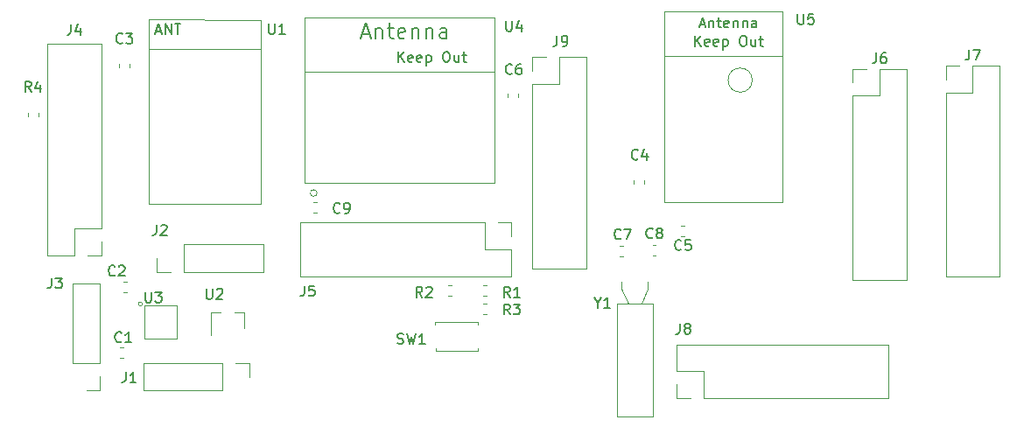
<source format=gbr>
G04 #@! TF.GenerationSoftware,KiCad,Pcbnew,(5.1.5)-3*
G04 #@! TF.CreationDate,2021-02-19T06:08:39+08:00*
G04 #@! TF.ProjectId,SMD810x_breakout,534d4438-3130-4785-9f62-7265616b6f75,rev?*
G04 #@! TF.SameCoordinates,Original*
G04 #@! TF.FileFunction,Legend,Top*
G04 #@! TF.FilePolarity,Positive*
%FSLAX46Y46*%
G04 Gerber Fmt 4.6, Leading zero omitted, Abs format (unit mm)*
G04 Created by KiCad (PCBNEW (5.1.5)-3) date 2021-02-19 06:08:39*
%MOMM*%
%LPD*%
G04 APERTURE LIST*
%ADD10C,0.120000*%
%ADD11C,0.150000*%
G04 APERTURE END LIST*
D10*
X108011179Y-94693200D02*
X107685621Y-94693200D01*
X108011179Y-93673200D02*
X107685621Y-93673200D01*
X108352779Y-87310000D02*
X108027221Y-87310000D01*
X108352779Y-88330000D02*
X108027221Y-88330000D01*
X107590000Y-66602779D02*
X107590000Y-66277221D01*
X108610000Y-66602779D02*
X108610000Y-66277221D01*
X109950000Y-95220000D02*
X109950000Y-97880000D01*
X117630000Y-95220000D02*
X109950000Y-95220000D01*
X117630000Y-97880000D02*
X109950000Y-97880000D01*
X117630000Y-95220000D02*
X117630000Y-97880000D01*
X118900000Y-95220000D02*
X120230000Y-95220000D01*
X120230000Y-95220000D02*
X120230000Y-96550000D01*
X111270000Y-86380000D02*
X111270000Y-85050000D01*
X112600000Y-86380000D02*
X111270000Y-86380000D01*
X113870000Y-86380000D02*
X113870000Y-83720000D01*
X113870000Y-83720000D02*
X121550000Y-83720000D01*
X113870000Y-86380000D02*
X121550000Y-86380000D01*
X121550000Y-86380000D02*
X121550000Y-83720000D01*
X105770000Y-87530000D02*
X103110000Y-87530000D01*
X105770000Y-95210000D02*
X105770000Y-87530000D01*
X103110000Y-95210000D02*
X103110000Y-87530000D01*
X105770000Y-95210000D02*
X103110000Y-95210000D01*
X105770000Y-96480000D02*
X105770000Y-97810000D01*
X105770000Y-97810000D02*
X104440000Y-97810000D01*
X105890000Y-64340000D02*
X100690000Y-64340000D01*
X105890000Y-82180000D02*
X105890000Y-64340000D01*
X100690000Y-84780000D02*
X100690000Y-64340000D01*
X105890000Y-82180000D02*
X103290000Y-82180000D01*
X103290000Y-82180000D02*
X103290000Y-84780000D01*
X103290000Y-84780000D02*
X100690000Y-84780000D01*
X105890000Y-83450000D02*
X105890000Y-84780000D01*
X105890000Y-84780000D02*
X104560000Y-84780000D01*
X145550000Y-81610000D02*
X145550000Y-82940000D01*
X144220000Y-81610000D02*
X145550000Y-81610000D01*
X145550000Y-84210000D02*
X145550000Y-86810000D01*
X142950000Y-84210000D02*
X145550000Y-84210000D01*
X142950000Y-81610000D02*
X142950000Y-84210000D01*
X145550000Y-86810000D02*
X125110000Y-86810000D01*
X142950000Y-81610000D02*
X125110000Y-81610000D01*
X125110000Y-81610000D02*
X125110000Y-86810000D01*
X138200000Y-91490000D02*
X138200000Y-91250000D01*
X138200000Y-91250000D02*
X142150000Y-91250000D01*
X138210000Y-94050000D02*
X138210000Y-93770000D01*
X142160000Y-94050000D02*
X138210000Y-94050000D01*
X142280000Y-91500000D02*
X142280000Y-91250000D01*
X142280000Y-91250000D02*
X142160000Y-91250000D01*
X142300000Y-93800000D02*
X142300000Y-94050000D01*
X142300000Y-94050000D02*
X142170000Y-94050000D01*
X110500000Y-64791000D02*
X121295000Y-64791000D01*
X110500000Y-61990000D02*
X121295000Y-61997000D01*
X121295000Y-76221000D02*
X121295000Y-79777000D01*
X121295000Y-61997000D02*
X121295000Y-76221000D01*
X121295000Y-79777000D02*
X110500000Y-79777000D01*
X110500000Y-61997000D02*
X110500000Y-79777000D01*
X119690000Y-90340000D02*
X118760000Y-90340000D01*
X116530000Y-90340000D02*
X117460000Y-90340000D01*
X116530000Y-90340000D02*
X116530000Y-92500000D01*
X119690000Y-90340000D02*
X119690000Y-91800000D01*
X158430000Y-77537221D02*
X158430000Y-77862779D01*
X157410000Y-77537221D02*
X157410000Y-77862779D01*
X162322779Y-81910000D02*
X161997221Y-81910000D01*
X162322779Y-82930000D02*
X161997221Y-82930000D01*
X145170000Y-69462779D02*
X145170000Y-69137221D01*
X146190000Y-69462779D02*
X146190000Y-69137221D01*
X156342779Y-84860000D02*
X156017221Y-84860000D01*
X156342779Y-83840000D02*
X156017221Y-83840000D01*
X159207221Y-84810000D02*
X159532779Y-84810000D01*
X159207221Y-83790000D02*
X159532779Y-83790000D01*
X178580000Y-66740000D02*
X179910000Y-66740000D01*
X178580000Y-68070000D02*
X178580000Y-66740000D01*
X181180000Y-66740000D02*
X183780000Y-66740000D01*
X181180000Y-69340000D02*
X181180000Y-66740000D01*
X178580000Y-69340000D02*
X181180000Y-69340000D01*
X183780000Y-66740000D02*
X183780000Y-87180000D01*
X178580000Y-69340000D02*
X178580000Y-87180000D01*
X178580000Y-87180000D02*
X183780000Y-87180000D01*
X187580000Y-66430000D02*
X188910000Y-66430000D01*
X187580000Y-67760000D02*
X187580000Y-66430000D01*
X190180000Y-66430000D02*
X192780000Y-66430000D01*
X190180000Y-69030000D02*
X190180000Y-66430000D01*
X187580000Y-69030000D02*
X190180000Y-69030000D01*
X192780000Y-66430000D02*
X192780000Y-86870000D01*
X187580000Y-69030000D02*
X187580000Y-86870000D01*
X187580000Y-86870000D02*
X192780000Y-86870000D01*
X181990000Y-98620000D02*
X181990000Y-93420000D01*
X164150000Y-98620000D02*
X181990000Y-98620000D01*
X161550000Y-93420000D02*
X181990000Y-93420000D01*
X164150000Y-98620000D02*
X164150000Y-96020000D01*
X164150000Y-96020000D02*
X161550000Y-96020000D01*
X161550000Y-96020000D02*
X161550000Y-93420000D01*
X162880000Y-98620000D02*
X161550000Y-98620000D01*
X161550000Y-98620000D02*
X161550000Y-97290000D01*
X147600000Y-86040000D02*
X152800000Y-86040000D01*
X147600000Y-68200000D02*
X147600000Y-86040000D01*
X152800000Y-65600000D02*
X152800000Y-86040000D01*
X147600000Y-68200000D02*
X150200000Y-68200000D01*
X150200000Y-68200000D02*
X150200000Y-65600000D01*
X150200000Y-65600000D02*
X152800000Y-65600000D01*
X147600000Y-66930000D02*
X147600000Y-65600000D01*
X147600000Y-65600000D02*
X148930000Y-65600000D01*
X113160000Y-89670000D02*
X113160000Y-92870000D01*
X113160000Y-89670000D02*
X110060600Y-89669800D01*
X110060600Y-89669800D02*
X110060600Y-92870200D01*
X110060600Y-92870200D02*
X113160000Y-92870000D01*
X109847641Y-89492000D02*
G75*
G03X109847641Y-89492000I-193441J0D01*
G01*
X125570000Y-77740800D02*
X143908800Y-77740800D01*
X143908800Y-77740800D02*
X143908800Y-61738800D01*
X143908800Y-61738800D02*
X125519200Y-61738800D01*
X125519200Y-61738800D02*
X125519200Y-77740800D01*
X125519200Y-77740800D02*
X125570000Y-77740800D01*
X126758879Y-78756800D02*
G75*
G03X126758879Y-78756800I-325279J0D01*
G01*
X143908800Y-66996600D02*
X125519200Y-66996600D01*
X160380000Y-77150000D02*
X160380000Y-79650000D01*
X160380000Y-79650000D02*
X171780000Y-79650000D01*
X171780000Y-79650000D02*
X171780000Y-77050000D01*
X171780000Y-77050000D02*
X171780000Y-61150000D01*
X160380000Y-77150000D02*
X160380000Y-61150000D01*
X160380000Y-61150000D02*
X171780000Y-61150000D01*
X160380000Y-65476800D02*
X171780000Y-65476800D01*
X168859000Y-67839000D02*
G75*
G03X168859000Y-67839000I-1168400J0D01*
G01*
X155810000Y-89460000D02*
X155810000Y-100360000D01*
X155810000Y-100360000D02*
X159210000Y-100360000D01*
X159210000Y-100360000D02*
X159210000Y-89460000D01*
X159210000Y-89460000D02*
X155810000Y-89460000D01*
X156910000Y-89460000D02*
X156240000Y-88060000D01*
X156240000Y-88060000D02*
X156240000Y-87360000D01*
X158110000Y-89460000D02*
X158780000Y-88060000D01*
X158780000Y-88060000D02*
X158780000Y-87360000D01*
X143162779Y-88720000D02*
X142837221Y-88720000D01*
X143162779Y-87700000D02*
X142837221Y-87700000D01*
X139477221Y-88740000D02*
X139802779Y-88740000D01*
X139477221Y-87720000D02*
X139802779Y-87720000D01*
X143182779Y-90450000D02*
X142857221Y-90450000D01*
X143182779Y-89430000D02*
X142857221Y-89430000D01*
X126722779Y-80650000D02*
X126397221Y-80650000D01*
X126722779Y-79630000D02*
X126397221Y-79630000D01*
X98790000Y-71312779D02*
X98790000Y-70987221D01*
X99810000Y-71312779D02*
X99810000Y-70987221D01*
D11*
X107834133Y-93117942D02*
X107786514Y-93165561D01*
X107643657Y-93213180D01*
X107548419Y-93213180D01*
X107405561Y-93165561D01*
X107310323Y-93070323D01*
X107262704Y-92975085D01*
X107215085Y-92784609D01*
X107215085Y-92641752D01*
X107262704Y-92451276D01*
X107310323Y-92356038D01*
X107405561Y-92260800D01*
X107548419Y-92213180D01*
X107643657Y-92213180D01*
X107786514Y-92260800D01*
X107834133Y-92308419D01*
X108786514Y-93213180D02*
X108215085Y-93213180D01*
X108500800Y-93213180D02*
X108500800Y-92213180D01*
X108405561Y-92356038D01*
X108310323Y-92451276D01*
X108215085Y-92498895D01*
X107203333Y-86687142D02*
X107155714Y-86734761D01*
X107012857Y-86782380D01*
X106917619Y-86782380D01*
X106774761Y-86734761D01*
X106679523Y-86639523D01*
X106631904Y-86544285D01*
X106584285Y-86353809D01*
X106584285Y-86210952D01*
X106631904Y-86020476D01*
X106679523Y-85925238D01*
X106774761Y-85830000D01*
X106917619Y-85782380D01*
X107012857Y-85782380D01*
X107155714Y-85830000D01*
X107203333Y-85877619D01*
X107584285Y-85877619D02*
X107631904Y-85830000D01*
X107727142Y-85782380D01*
X107965238Y-85782380D01*
X108060476Y-85830000D01*
X108108095Y-85877619D01*
X108155714Y-85972857D01*
X108155714Y-86068095D01*
X108108095Y-86210952D01*
X107536666Y-86782380D01*
X108155714Y-86782380D01*
X107933333Y-64197142D02*
X107885714Y-64244761D01*
X107742857Y-64292380D01*
X107647619Y-64292380D01*
X107504761Y-64244761D01*
X107409523Y-64149523D01*
X107361904Y-64054285D01*
X107314285Y-63863809D01*
X107314285Y-63720952D01*
X107361904Y-63530476D01*
X107409523Y-63435238D01*
X107504761Y-63340000D01*
X107647619Y-63292380D01*
X107742857Y-63292380D01*
X107885714Y-63340000D01*
X107933333Y-63387619D01*
X108266666Y-63292380D02*
X108885714Y-63292380D01*
X108552380Y-63673333D01*
X108695238Y-63673333D01*
X108790476Y-63720952D01*
X108838095Y-63768571D01*
X108885714Y-63863809D01*
X108885714Y-64101904D01*
X108838095Y-64197142D01*
X108790476Y-64244761D01*
X108695238Y-64292380D01*
X108409523Y-64292380D01*
X108314285Y-64244761D01*
X108266666Y-64197142D01*
X108246666Y-96082380D02*
X108246666Y-96796666D01*
X108199047Y-96939523D01*
X108103809Y-97034761D01*
X107960952Y-97082380D01*
X107865714Y-97082380D01*
X109246666Y-97082380D02*
X108675238Y-97082380D01*
X108960952Y-97082380D02*
X108960952Y-96082380D01*
X108865714Y-96225238D01*
X108770476Y-96320476D01*
X108675238Y-96368095D01*
X111226666Y-81842380D02*
X111226666Y-82556666D01*
X111179047Y-82699523D01*
X111083809Y-82794761D01*
X110940952Y-82842380D01*
X110845714Y-82842380D01*
X111655238Y-81937619D02*
X111702857Y-81890000D01*
X111798095Y-81842380D01*
X112036190Y-81842380D01*
X112131428Y-81890000D01*
X112179047Y-81937619D01*
X112226666Y-82032857D01*
X112226666Y-82128095D01*
X112179047Y-82270952D01*
X111607619Y-82842380D01*
X112226666Y-82842380D01*
X101076666Y-86972380D02*
X101076666Y-87686666D01*
X101029047Y-87829523D01*
X100933809Y-87924761D01*
X100790952Y-87972380D01*
X100695714Y-87972380D01*
X101457619Y-86972380D02*
X102076666Y-86972380D01*
X101743333Y-87353333D01*
X101886190Y-87353333D01*
X101981428Y-87400952D01*
X102029047Y-87448571D01*
X102076666Y-87543809D01*
X102076666Y-87781904D01*
X102029047Y-87877142D01*
X101981428Y-87924761D01*
X101886190Y-87972380D01*
X101600476Y-87972380D01*
X101505238Y-87924761D01*
X101457619Y-87877142D01*
X102946666Y-62452380D02*
X102946666Y-63166666D01*
X102899047Y-63309523D01*
X102803809Y-63404761D01*
X102660952Y-63452380D01*
X102565714Y-63452380D01*
X103851428Y-62785714D02*
X103851428Y-63452380D01*
X103613333Y-62404761D02*
X103375238Y-63119047D01*
X103994285Y-63119047D01*
X125526666Y-87742380D02*
X125526666Y-88456666D01*
X125479047Y-88599523D01*
X125383809Y-88694761D01*
X125240952Y-88742380D01*
X125145714Y-88742380D01*
X126479047Y-87742380D02*
X126002857Y-87742380D01*
X125955238Y-88218571D01*
X126002857Y-88170952D01*
X126098095Y-88123333D01*
X126336190Y-88123333D01*
X126431428Y-88170952D01*
X126479047Y-88218571D01*
X126526666Y-88313809D01*
X126526666Y-88551904D01*
X126479047Y-88647142D01*
X126431428Y-88694761D01*
X126336190Y-88742380D01*
X126098095Y-88742380D01*
X126002857Y-88694761D01*
X125955238Y-88647142D01*
X134526666Y-93314761D02*
X134669523Y-93362380D01*
X134907619Y-93362380D01*
X135002857Y-93314761D01*
X135050476Y-93267142D01*
X135098095Y-93171904D01*
X135098095Y-93076666D01*
X135050476Y-92981428D01*
X135002857Y-92933809D01*
X134907619Y-92886190D01*
X134717142Y-92838571D01*
X134621904Y-92790952D01*
X134574285Y-92743333D01*
X134526666Y-92648095D01*
X134526666Y-92552857D01*
X134574285Y-92457619D01*
X134621904Y-92410000D01*
X134717142Y-92362380D01*
X134955238Y-92362380D01*
X135098095Y-92410000D01*
X135431428Y-92362380D02*
X135669523Y-93362380D01*
X135860000Y-92648095D01*
X136050476Y-93362380D01*
X136288571Y-92362380D01*
X137193333Y-93362380D02*
X136621904Y-93362380D01*
X136907619Y-93362380D02*
X136907619Y-92362380D01*
X136812380Y-92505238D01*
X136717142Y-92600476D01*
X136621904Y-92648095D01*
X122098095Y-62372380D02*
X122098095Y-63181904D01*
X122145714Y-63277142D01*
X122193333Y-63324761D01*
X122288571Y-63372380D01*
X122479047Y-63372380D01*
X122574285Y-63324761D01*
X122621904Y-63277142D01*
X122669523Y-63181904D01*
X122669523Y-62372380D01*
X123669523Y-63372380D02*
X123098095Y-63372380D01*
X123383809Y-63372380D02*
X123383809Y-62372380D01*
X123288571Y-62515238D01*
X123193333Y-62610476D01*
X123098095Y-62658095D01*
X111187142Y-63126666D02*
X111663333Y-63126666D01*
X111091904Y-63412380D02*
X111425238Y-62412380D01*
X111758571Y-63412380D01*
X112091904Y-63412380D02*
X112091904Y-62412380D01*
X112663333Y-63412380D01*
X112663333Y-62412380D01*
X112996666Y-62412380D02*
X113568095Y-62412380D01*
X113282380Y-63412380D02*
X113282380Y-62412380D01*
X116058095Y-88012380D02*
X116058095Y-88821904D01*
X116105714Y-88917142D01*
X116153333Y-88964761D01*
X116248571Y-89012380D01*
X116439047Y-89012380D01*
X116534285Y-88964761D01*
X116581904Y-88917142D01*
X116629523Y-88821904D01*
X116629523Y-88012380D01*
X117058095Y-88107619D02*
X117105714Y-88060000D01*
X117200952Y-88012380D01*
X117439047Y-88012380D01*
X117534285Y-88060000D01*
X117581904Y-88107619D01*
X117629523Y-88202857D01*
X117629523Y-88298095D01*
X117581904Y-88440952D01*
X117010476Y-89012380D01*
X117629523Y-89012380D01*
X157803333Y-75447142D02*
X157755714Y-75494761D01*
X157612857Y-75542380D01*
X157517619Y-75542380D01*
X157374761Y-75494761D01*
X157279523Y-75399523D01*
X157231904Y-75304285D01*
X157184285Y-75113809D01*
X157184285Y-74970952D01*
X157231904Y-74780476D01*
X157279523Y-74685238D01*
X157374761Y-74590000D01*
X157517619Y-74542380D01*
X157612857Y-74542380D01*
X157755714Y-74590000D01*
X157803333Y-74637619D01*
X158660476Y-74875714D02*
X158660476Y-75542380D01*
X158422380Y-74494761D02*
X158184285Y-75209047D01*
X158803333Y-75209047D01*
X161993333Y-84207142D02*
X161945714Y-84254761D01*
X161802857Y-84302380D01*
X161707619Y-84302380D01*
X161564761Y-84254761D01*
X161469523Y-84159523D01*
X161421904Y-84064285D01*
X161374285Y-83873809D01*
X161374285Y-83730952D01*
X161421904Y-83540476D01*
X161469523Y-83445238D01*
X161564761Y-83350000D01*
X161707619Y-83302380D01*
X161802857Y-83302380D01*
X161945714Y-83350000D01*
X161993333Y-83397619D01*
X162898095Y-83302380D02*
X162421904Y-83302380D01*
X162374285Y-83778571D01*
X162421904Y-83730952D01*
X162517142Y-83683333D01*
X162755238Y-83683333D01*
X162850476Y-83730952D01*
X162898095Y-83778571D01*
X162945714Y-83873809D01*
X162945714Y-84111904D01*
X162898095Y-84207142D01*
X162850476Y-84254761D01*
X162755238Y-84302380D01*
X162517142Y-84302380D01*
X162421904Y-84254761D01*
X162374285Y-84207142D01*
X145613333Y-67187142D02*
X145565714Y-67234761D01*
X145422857Y-67282380D01*
X145327619Y-67282380D01*
X145184761Y-67234761D01*
X145089523Y-67139523D01*
X145041904Y-67044285D01*
X144994285Y-66853809D01*
X144994285Y-66710952D01*
X145041904Y-66520476D01*
X145089523Y-66425238D01*
X145184761Y-66330000D01*
X145327619Y-66282380D01*
X145422857Y-66282380D01*
X145565714Y-66330000D01*
X145613333Y-66377619D01*
X146470476Y-66282380D02*
X146280000Y-66282380D01*
X146184761Y-66330000D01*
X146137142Y-66377619D01*
X146041904Y-66520476D01*
X145994285Y-66710952D01*
X145994285Y-67091904D01*
X146041904Y-67187142D01*
X146089523Y-67234761D01*
X146184761Y-67282380D01*
X146375238Y-67282380D01*
X146470476Y-67234761D01*
X146518095Y-67187142D01*
X146565714Y-67091904D01*
X146565714Y-66853809D01*
X146518095Y-66758571D01*
X146470476Y-66710952D01*
X146375238Y-66663333D01*
X146184761Y-66663333D01*
X146089523Y-66710952D01*
X146041904Y-66758571D01*
X145994285Y-66853809D01*
X156153333Y-83137142D02*
X156105714Y-83184761D01*
X155962857Y-83232380D01*
X155867619Y-83232380D01*
X155724761Y-83184761D01*
X155629523Y-83089523D01*
X155581904Y-82994285D01*
X155534285Y-82803809D01*
X155534285Y-82660952D01*
X155581904Y-82470476D01*
X155629523Y-82375238D01*
X155724761Y-82280000D01*
X155867619Y-82232380D01*
X155962857Y-82232380D01*
X156105714Y-82280000D01*
X156153333Y-82327619D01*
X156486666Y-82232380D02*
X157153333Y-82232380D01*
X156724761Y-83232380D01*
X159223333Y-83047142D02*
X159175714Y-83094761D01*
X159032857Y-83142380D01*
X158937619Y-83142380D01*
X158794761Y-83094761D01*
X158699523Y-82999523D01*
X158651904Y-82904285D01*
X158604285Y-82713809D01*
X158604285Y-82570952D01*
X158651904Y-82380476D01*
X158699523Y-82285238D01*
X158794761Y-82190000D01*
X158937619Y-82142380D01*
X159032857Y-82142380D01*
X159175714Y-82190000D01*
X159223333Y-82237619D01*
X159794761Y-82570952D02*
X159699523Y-82523333D01*
X159651904Y-82475714D01*
X159604285Y-82380476D01*
X159604285Y-82332857D01*
X159651904Y-82237619D01*
X159699523Y-82190000D01*
X159794761Y-82142380D01*
X159985238Y-82142380D01*
X160080476Y-82190000D01*
X160128095Y-82237619D01*
X160175714Y-82332857D01*
X160175714Y-82380476D01*
X160128095Y-82475714D01*
X160080476Y-82523333D01*
X159985238Y-82570952D01*
X159794761Y-82570952D01*
X159699523Y-82618571D01*
X159651904Y-82666190D01*
X159604285Y-82761428D01*
X159604285Y-82951904D01*
X159651904Y-83047142D01*
X159699523Y-83094761D01*
X159794761Y-83142380D01*
X159985238Y-83142380D01*
X160080476Y-83094761D01*
X160128095Y-83047142D01*
X160175714Y-82951904D01*
X160175714Y-82761428D01*
X160128095Y-82666190D01*
X160080476Y-82618571D01*
X159985238Y-82570952D01*
X180846666Y-65192380D02*
X180846666Y-65906666D01*
X180799047Y-66049523D01*
X180703809Y-66144761D01*
X180560952Y-66192380D01*
X180465714Y-66192380D01*
X181751428Y-65192380D02*
X181560952Y-65192380D01*
X181465714Y-65240000D01*
X181418095Y-65287619D01*
X181322857Y-65430476D01*
X181275238Y-65620952D01*
X181275238Y-66001904D01*
X181322857Y-66097142D01*
X181370476Y-66144761D01*
X181465714Y-66192380D01*
X181656190Y-66192380D01*
X181751428Y-66144761D01*
X181799047Y-66097142D01*
X181846666Y-66001904D01*
X181846666Y-65763809D01*
X181799047Y-65668571D01*
X181751428Y-65620952D01*
X181656190Y-65573333D01*
X181465714Y-65573333D01*
X181370476Y-65620952D01*
X181322857Y-65668571D01*
X181275238Y-65763809D01*
X189846666Y-64882380D02*
X189846666Y-65596666D01*
X189799047Y-65739523D01*
X189703809Y-65834761D01*
X189560952Y-65882380D01*
X189465714Y-65882380D01*
X190227619Y-64882380D02*
X190894285Y-64882380D01*
X190465714Y-65882380D01*
X161866666Y-91392380D02*
X161866666Y-92106666D01*
X161819047Y-92249523D01*
X161723809Y-92344761D01*
X161580952Y-92392380D01*
X161485714Y-92392380D01*
X162485714Y-91820952D02*
X162390476Y-91773333D01*
X162342857Y-91725714D01*
X162295238Y-91630476D01*
X162295238Y-91582857D01*
X162342857Y-91487619D01*
X162390476Y-91440000D01*
X162485714Y-91392380D01*
X162676190Y-91392380D01*
X162771428Y-91440000D01*
X162819047Y-91487619D01*
X162866666Y-91582857D01*
X162866666Y-91630476D01*
X162819047Y-91725714D01*
X162771428Y-91773333D01*
X162676190Y-91820952D01*
X162485714Y-91820952D01*
X162390476Y-91868571D01*
X162342857Y-91916190D01*
X162295238Y-92011428D01*
X162295238Y-92201904D01*
X162342857Y-92297142D01*
X162390476Y-92344761D01*
X162485714Y-92392380D01*
X162676190Y-92392380D01*
X162771428Y-92344761D01*
X162819047Y-92297142D01*
X162866666Y-92201904D01*
X162866666Y-92011428D01*
X162819047Y-91916190D01*
X162771428Y-91868571D01*
X162676190Y-91820952D01*
X149976666Y-63542380D02*
X149976666Y-64256666D01*
X149929047Y-64399523D01*
X149833809Y-64494761D01*
X149690952Y-64542380D01*
X149595714Y-64542380D01*
X150500476Y-64542380D02*
X150690952Y-64542380D01*
X150786190Y-64494761D01*
X150833809Y-64447142D01*
X150929047Y-64304285D01*
X150976666Y-64113809D01*
X150976666Y-63732857D01*
X150929047Y-63637619D01*
X150881428Y-63590000D01*
X150786190Y-63542380D01*
X150595714Y-63542380D01*
X150500476Y-63590000D01*
X150452857Y-63637619D01*
X150405238Y-63732857D01*
X150405238Y-63970952D01*
X150452857Y-64066190D01*
X150500476Y-64113809D01*
X150595714Y-64161428D01*
X150786190Y-64161428D01*
X150881428Y-64113809D01*
X150929047Y-64066190D01*
X150976666Y-63970952D01*
X110148095Y-88342380D02*
X110148095Y-89151904D01*
X110195714Y-89247142D01*
X110243333Y-89294761D01*
X110338571Y-89342380D01*
X110529047Y-89342380D01*
X110624285Y-89294761D01*
X110671904Y-89247142D01*
X110719523Y-89151904D01*
X110719523Y-88342380D01*
X111100476Y-88342380D02*
X111719523Y-88342380D01*
X111386190Y-88723333D01*
X111529047Y-88723333D01*
X111624285Y-88770952D01*
X111671904Y-88818571D01*
X111719523Y-88913809D01*
X111719523Y-89151904D01*
X111671904Y-89247142D01*
X111624285Y-89294761D01*
X111529047Y-89342380D01*
X111243333Y-89342380D01*
X111148095Y-89294761D01*
X111100476Y-89247142D01*
X145048095Y-62092380D02*
X145048095Y-62901904D01*
X145095714Y-62997142D01*
X145143333Y-63044761D01*
X145238571Y-63092380D01*
X145429047Y-63092380D01*
X145524285Y-63044761D01*
X145571904Y-62997142D01*
X145619523Y-62901904D01*
X145619523Y-62092380D01*
X146524285Y-62425714D02*
X146524285Y-63092380D01*
X146286190Y-62044761D02*
X146048095Y-62759047D01*
X146667142Y-62759047D01*
X131087142Y-63380000D02*
X131801428Y-63380000D01*
X130944285Y-63808571D02*
X131444285Y-62308571D01*
X131944285Y-63808571D01*
X132444285Y-62808571D02*
X132444285Y-63808571D01*
X132444285Y-62951428D02*
X132515714Y-62880000D01*
X132658571Y-62808571D01*
X132872857Y-62808571D01*
X133015714Y-62880000D01*
X133087142Y-63022857D01*
X133087142Y-63808571D01*
X133587142Y-62808571D02*
X134158571Y-62808571D01*
X133801428Y-62308571D02*
X133801428Y-63594285D01*
X133872857Y-63737142D01*
X134015714Y-63808571D01*
X134158571Y-63808571D01*
X135230000Y-63737142D02*
X135087142Y-63808571D01*
X134801428Y-63808571D01*
X134658571Y-63737142D01*
X134587142Y-63594285D01*
X134587142Y-63022857D01*
X134658571Y-62880000D01*
X134801428Y-62808571D01*
X135087142Y-62808571D01*
X135230000Y-62880000D01*
X135301428Y-63022857D01*
X135301428Y-63165714D01*
X134587142Y-63308571D01*
X135944285Y-62808571D02*
X135944285Y-63808571D01*
X135944285Y-62951428D02*
X136015714Y-62880000D01*
X136158571Y-62808571D01*
X136372857Y-62808571D01*
X136515714Y-62880000D01*
X136587142Y-63022857D01*
X136587142Y-63808571D01*
X137301428Y-62808571D02*
X137301428Y-63808571D01*
X137301428Y-62951428D02*
X137372857Y-62880000D01*
X137515714Y-62808571D01*
X137730000Y-62808571D01*
X137872857Y-62880000D01*
X137944285Y-63022857D01*
X137944285Y-63808571D01*
X139301428Y-63808571D02*
X139301428Y-63022857D01*
X139230000Y-62880000D01*
X139087142Y-62808571D01*
X138801428Y-62808571D01*
X138658571Y-62880000D01*
X139301428Y-63737142D02*
X139158571Y-63808571D01*
X138801428Y-63808571D01*
X138658571Y-63737142D01*
X138587142Y-63594285D01*
X138587142Y-63451428D01*
X138658571Y-63308571D01*
X138801428Y-63237142D01*
X139158571Y-63237142D01*
X139301428Y-63165714D01*
X173258095Y-61432380D02*
X173258095Y-62241904D01*
X173305714Y-62337142D01*
X173353333Y-62384761D01*
X173448571Y-62432380D01*
X173639047Y-62432380D01*
X173734285Y-62384761D01*
X173781904Y-62337142D01*
X173829523Y-62241904D01*
X173829523Y-61432380D01*
X174781904Y-61432380D02*
X174305714Y-61432380D01*
X174258095Y-61908571D01*
X174305714Y-61860952D01*
X174400952Y-61813333D01*
X174639047Y-61813333D01*
X174734285Y-61860952D01*
X174781904Y-61908571D01*
X174829523Y-62003809D01*
X174829523Y-62241904D01*
X174781904Y-62337142D01*
X174734285Y-62384761D01*
X174639047Y-62432380D01*
X174400952Y-62432380D01*
X174305714Y-62384761D01*
X174258095Y-62337142D01*
X163798095Y-62466666D02*
X164274285Y-62466666D01*
X163702857Y-62752380D02*
X164036190Y-61752380D01*
X164369523Y-62752380D01*
X164702857Y-62085714D02*
X164702857Y-62752380D01*
X164702857Y-62180952D02*
X164750476Y-62133333D01*
X164845714Y-62085714D01*
X164988571Y-62085714D01*
X165083809Y-62133333D01*
X165131428Y-62228571D01*
X165131428Y-62752380D01*
X165464761Y-62085714D02*
X165845714Y-62085714D01*
X165607619Y-61752380D02*
X165607619Y-62609523D01*
X165655238Y-62704761D01*
X165750476Y-62752380D01*
X165845714Y-62752380D01*
X166560000Y-62704761D02*
X166464761Y-62752380D01*
X166274285Y-62752380D01*
X166179047Y-62704761D01*
X166131428Y-62609523D01*
X166131428Y-62228571D01*
X166179047Y-62133333D01*
X166274285Y-62085714D01*
X166464761Y-62085714D01*
X166560000Y-62133333D01*
X166607619Y-62228571D01*
X166607619Y-62323809D01*
X166131428Y-62419047D01*
X167036190Y-62085714D02*
X167036190Y-62752380D01*
X167036190Y-62180952D02*
X167083809Y-62133333D01*
X167179047Y-62085714D01*
X167321904Y-62085714D01*
X167417142Y-62133333D01*
X167464761Y-62228571D01*
X167464761Y-62752380D01*
X167940952Y-62085714D02*
X167940952Y-62752380D01*
X167940952Y-62180952D02*
X167988571Y-62133333D01*
X168083809Y-62085714D01*
X168226666Y-62085714D01*
X168321904Y-62133333D01*
X168369523Y-62228571D01*
X168369523Y-62752380D01*
X169274285Y-62752380D02*
X169274285Y-62228571D01*
X169226666Y-62133333D01*
X169131428Y-62085714D01*
X168940952Y-62085714D01*
X168845714Y-62133333D01*
X169274285Y-62704761D02*
X169179047Y-62752380D01*
X168940952Y-62752380D01*
X168845714Y-62704761D01*
X168798095Y-62609523D01*
X168798095Y-62514285D01*
X168845714Y-62419047D01*
X168940952Y-62371428D01*
X169179047Y-62371428D01*
X169274285Y-62323809D01*
X134605714Y-66092380D02*
X134605714Y-65092380D01*
X135177142Y-66092380D02*
X134748571Y-65520952D01*
X135177142Y-65092380D02*
X134605714Y-65663809D01*
X135986666Y-66044761D02*
X135891428Y-66092380D01*
X135700952Y-66092380D01*
X135605714Y-66044761D01*
X135558095Y-65949523D01*
X135558095Y-65568571D01*
X135605714Y-65473333D01*
X135700952Y-65425714D01*
X135891428Y-65425714D01*
X135986666Y-65473333D01*
X136034285Y-65568571D01*
X136034285Y-65663809D01*
X135558095Y-65759047D01*
X136843809Y-66044761D02*
X136748571Y-66092380D01*
X136558095Y-66092380D01*
X136462857Y-66044761D01*
X136415238Y-65949523D01*
X136415238Y-65568571D01*
X136462857Y-65473333D01*
X136558095Y-65425714D01*
X136748571Y-65425714D01*
X136843809Y-65473333D01*
X136891428Y-65568571D01*
X136891428Y-65663809D01*
X136415238Y-65759047D01*
X137320000Y-65425714D02*
X137320000Y-66425714D01*
X137320000Y-65473333D02*
X137415238Y-65425714D01*
X137605714Y-65425714D01*
X137700952Y-65473333D01*
X137748571Y-65520952D01*
X137796190Y-65616190D01*
X137796190Y-65901904D01*
X137748571Y-65997142D01*
X137700952Y-66044761D01*
X137605714Y-66092380D01*
X137415238Y-66092380D01*
X137320000Y-66044761D01*
X139177142Y-65092380D02*
X139367619Y-65092380D01*
X139462857Y-65140000D01*
X139558095Y-65235238D01*
X139605714Y-65425714D01*
X139605714Y-65759047D01*
X139558095Y-65949523D01*
X139462857Y-66044761D01*
X139367619Y-66092380D01*
X139177142Y-66092380D01*
X139081904Y-66044761D01*
X138986666Y-65949523D01*
X138939047Y-65759047D01*
X138939047Y-65425714D01*
X138986666Y-65235238D01*
X139081904Y-65140000D01*
X139177142Y-65092380D01*
X140462857Y-65425714D02*
X140462857Y-66092380D01*
X140034285Y-65425714D02*
X140034285Y-65949523D01*
X140081904Y-66044761D01*
X140177142Y-66092380D01*
X140320000Y-66092380D01*
X140415238Y-66044761D01*
X140462857Y-65997142D01*
X140796190Y-65425714D02*
X141177142Y-65425714D01*
X140939047Y-65092380D02*
X140939047Y-65949523D01*
X140986666Y-66044761D01*
X141081904Y-66092380D01*
X141177142Y-66092380D01*
X163315714Y-64542380D02*
X163315714Y-63542380D01*
X163887142Y-64542380D02*
X163458571Y-63970952D01*
X163887142Y-63542380D02*
X163315714Y-64113809D01*
X164696666Y-64494761D02*
X164601428Y-64542380D01*
X164410952Y-64542380D01*
X164315714Y-64494761D01*
X164268095Y-64399523D01*
X164268095Y-64018571D01*
X164315714Y-63923333D01*
X164410952Y-63875714D01*
X164601428Y-63875714D01*
X164696666Y-63923333D01*
X164744285Y-64018571D01*
X164744285Y-64113809D01*
X164268095Y-64209047D01*
X165553809Y-64494761D02*
X165458571Y-64542380D01*
X165268095Y-64542380D01*
X165172857Y-64494761D01*
X165125238Y-64399523D01*
X165125238Y-64018571D01*
X165172857Y-63923333D01*
X165268095Y-63875714D01*
X165458571Y-63875714D01*
X165553809Y-63923333D01*
X165601428Y-64018571D01*
X165601428Y-64113809D01*
X165125238Y-64209047D01*
X166030000Y-63875714D02*
X166030000Y-64875714D01*
X166030000Y-63923333D02*
X166125238Y-63875714D01*
X166315714Y-63875714D01*
X166410952Y-63923333D01*
X166458571Y-63970952D01*
X166506190Y-64066190D01*
X166506190Y-64351904D01*
X166458571Y-64447142D01*
X166410952Y-64494761D01*
X166315714Y-64542380D01*
X166125238Y-64542380D01*
X166030000Y-64494761D01*
X167887142Y-63542380D02*
X168077619Y-63542380D01*
X168172857Y-63590000D01*
X168268095Y-63685238D01*
X168315714Y-63875714D01*
X168315714Y-64209047D01*
X168268095Y-64399523D01*
X168172857Y-64494761D01*
X168077619Y-64542380D01*
X167887142Y-64542380D01*
X167791904Y-64494761D01*
X167696666Y-64399523D01*
X167649047Y-64209047D01*
X167649047Y-63875714D01*
X167696666Y-63685238D01*
X167791904Y-63590000D01*
X167887142Y-63542380D01*
X169172857Y-63875714D02*
X169172857Y-64542380D01*
X168744285Y-63875714D02*
X168744285Y-64399523D01*
X168791904Y-64494761D01*
X168887142Y-64542380D01*
X169030000Y-64542380D01*
X169125238Y-64494761D01*
X169172857Y-64447142D01*
X169506190Y-63875714D02*
X169887142Y-63875714D01*
X169649047Y-63542380D02*
X169649047Y-64399523D01*
X169696666Y-64494761D01*
X169791904Y-64542380D01*
X169887142Y-64542380D01*
X153903809Y-89406190D02*
X153903809Y-89882380D01*
X153570476Y-88882380D02*
X153903809Y-89406190D01*
X154237142Y-88882380D01*
X155094285Y-89882380D02*
X154522857Y-89882380D01*
X154808571Y-89882380D02*
X154808571Y-88882380D01*
X154713333Y-89025238D01*
X154618095Y-89120476D01*
X154522857Y-89168095D01*
X145423333Y-88842380D02*
X145090000Y-88366190D01*
X144851904Y-88842380D02*
X144851904Y-87842380D01*
X145232857Y-87842380D01*
X145328095Y-87890000D01*
X145375714Y-87937619D01*
X145423333Y-88032857D01*
X145423333Y-88175714D01*
X145375714Y-88270952D01*
X145328095Y-88318571D01*
X145232857Y-88366190D01*
X144851904Y-88366190D01*
X146375714Y-88842380D02*
X145804285Y-88842380D01*
X146090000Y-88842380D02*
X146090000Y-87842380D01*
X145994761Y-87985238D01*
X145899523Y-88080476D01*
X145804285Y-88128095D01*
X136933333Y-88842380D02*
X136600000Y-88366190D01*
X136361904Y-88842380D02*
X136361904Y-87842380D01*
X136742857Y-87842380D01*
X136838095Y-87890000D01*
X136885714Y-87937619D01*
X136933333Y-88032857D01*
X136933333Y-88175714D01*
X136885714Y-88270952D01*
X136838095Y-88318571D01*
X136742857Y-88366190D01*
X136361904Y-88366190D01*
X137314285Y-87937619D02*
X137361904Y-87890000D01*
X137457142Y-87842380D01*
X137695238Y-87842380D01*
X137790476Y-87890000D01*
X137838095Y-87937619D01*
X137885714Y-88032857D01*
X137885714Y-88128095D01*
X137838095Y-88270952D01*
X137266666Y-88842380D01*
X137885714Y-88842380D01*
X145423333Y-90512380D02*
X145090000Y-90036190D01*
X144851904Y-90512380D02*
X144851904Y-89512380D01*
X145232857Y-89512380D01*
X145328095Y-89560000D01*
X145375714Y-89607619D01*
X145423333Y-89702857D01*
X145423333Y-89845714D01*
X145375714Y-89940952D01*
X145328095Y-89988571D01*
X145232857Y-90036190D01*
X144851904Y-90036190D01*
X145756666Y-89512380D02*
X146375714Y-89512380D01*
X146042380Y-89893333D01*
X146185238Y-89893333D01*
X146280476Y-89940952D01*
X146328095Y-89988571D01*
X146375714Y-90083809D01*
X146375714Y-90321904D01*
X146328095Y-90417142D01*
X146280476Y-90464761D01*
X146185238Y-90512380D01*
X145899523Y-90512380D01*
X145804285Y-90464761D01*
X145756666Y-90417142D01*
X128973333Y-80627142D02*
X128925714Y-80674761D01*
X128782857Y-80722380D01*
X128687619Y-80722380D01*
X128544761Y-80674761D01*
X128449523Y-80579523D01*
X128401904Y-80484285D01*
X128354285Y-80293809D01*
X128354285Y-80150952D01*
X128401904Y-79960476D01*
X128449523Y-79865238D01*
X128544761Y-79770000D01*
X128687619Y-79722380D01*
X128782857Y-79722380D01*
X128925714Y-79770000D01*
X128973333Y-79817619D01*
X129449523Y-80722380D02*
X129640000Y-80722380D01*
X129735238Y-80674761D01*
X129782857Y-80627142D01*
X129878095Y-80484285D01*
X129925714Y-80293809D01*
X129925714Y-79912857D01*
X129878095Y-79817619D01*
X129830476Y-79770000D01*
X129735238Y-79722380D01*
X129544761Y-79722380D01*
X129449523Y-79770000D01*
X129401904Y-79817619D01*
X129354285Y-79912857D01*
X129354285Y-80150952D01*
X129401904Y-80246190D01*
X129449523Y-80293809D01*
X129544761Y-80341428D01*
X129735238Y-80341428D01*
X129830476Y-80293809D01*
X129878095Y-80246190D01*
X129925714Y-80150952D01*
X99093333Y-68972380D02*
X98760000Y-68496190D01*
X98521904Y-68972380D02*
X98521904Y-67972380D01*
X98902857Y-67972380D01*
X98998095Y-68020000D01*
X99045714Y-68067619D01*
X99093333Y-68162857D01*
X99093333Y-68305714D01*
X99045714Y-68400952D01*
X98998095Y-68448571D01*
X98902857Y-68496190D01*
X98521904Y-68496190D01*
X99950476Y-68305714D02*
X99950476Y-68972380D01*
X99712380Y-67924761D02*
X99474285Y-68639047D01*
X100093333Y-68639047D01*
M02*

</source>
